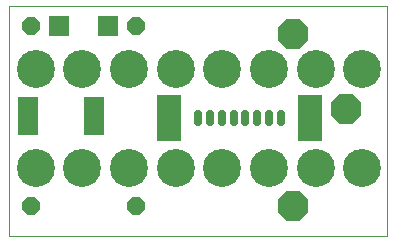
<source format=gts>
G75*
%MOIN*%
%OFA0B0*%
%FSLAX25Y25*%
%IPPOS*%
%LPD*%
%AMOC8*
5,1,8,0,0,1.08239X$1,22.5*
%
%ADD10C,0.00000*%
%ADD11R,0.07087X0.06693*%
%ADD12OC8,0.06000*%
%ADD13C,0.12661*%
%ADD14R,0.07087X0.12598*%
%ADD15C,0.02700*%
%ADD16R,0.07874X0.15748*%
%ADD17OC8,0.10000*%
D10*
X0001000Y0001000D02*
X0001000Y0077772D01*
X0126984Y0077772D01*
X0126984Y0001000D01*
X0001000Y0001000D01*
D11*
X0017555Y0071000D03*
X0033697Y0071000D03*
D12*
X0043126Y0071000D03*
X0008126Y0071000D03*
X0008126Y0011000D03*
X0043126Y0011000D03*
D13*
X0040882Y0023795D03*
X0025331Y0023795D03*
X0009780Y0023795D03*
X0056433Y0023795D03*
X0071984Y0023795D03*
X0087535Y0023795D03*
X0103087Y0023795D03*
X0118638Y0023795D03*
X0118638Y0056866D03*
X0103087Y0056866D03*
X0087535Y0056866D03*
X0071984Y0056866D03*
X0056433Y0056866D03*
X0040882Y0056866D03*
X0025331Y0056866D03*
X0009780Y0056866D03*
D14*
X0007102Y0041000D03*
X0029150Y0041000D03*
D15*
X0063874Y0041720D02*
X0063874Y0039020D01*
X0067811Y0039020D02*
X0067811Y0041720D01*
X0071748Y0041720D02*
X0071748Y0039020D01*
X0075685Y0039020D02*
X0075685Y0041720D01*
X0079622Y0041720D02*
X0079622Y0039020D01*
X0083559Y0039020D02*
X0083559Y0041720D01*
X0087496Y0041720D02*
X0087496Y0039020D01*
X0091433Y0039020D02*
X0091433Y0041720D01*
D16*
X0101276Y0040370D03*
X0054031Y0040370D03*
D17*
X0095626Y0068500D03*
X0113126Y0043500D03*
X0095626Y0011000D03*
M02*

</source>
